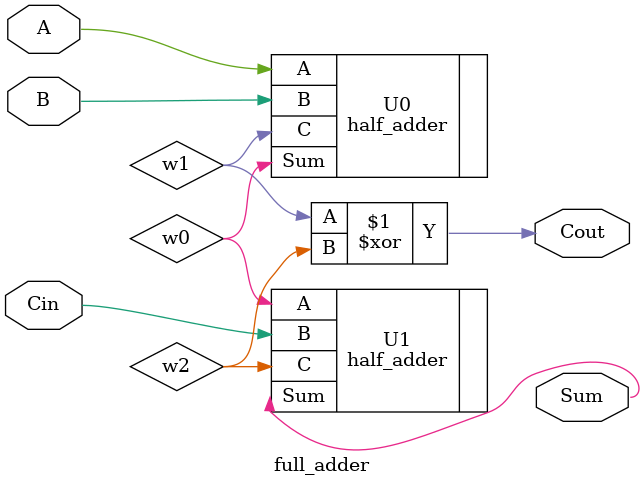
<source format=v>
`include "half_adder.v"
module full_adder(A, B, Cin, Cout, Sum);


//inputs
input A;
input B;
input Cin;

//outputs
output Sum;
output Cout;

//wires
wire w0;
wire w1;
wire w2;


//half adders
half_adder U0(.A(A), .B(B), .Sum(w0), .C(w1));
half_adder U1(.A(w0), .B(Cin), .Sum(Sum), .C(w2));

//assignments
assign Cout = w1 ^ w2;

endmodule
</source>
